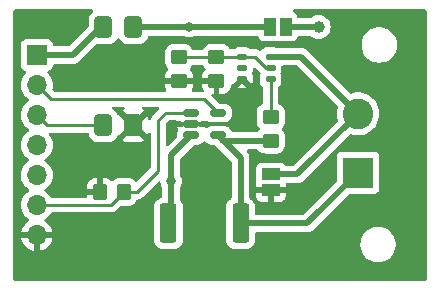
<source format=gbr>
%TF.GenerationSoftware,KiCad,Pcbnew,7.0.2*%
%TF.CreationDate,2023-11-09T14:12:05+01:00*%
%TF.ProjectId,testboard AL5801,74657374-626f-4617-9264-20414c353830,rev?*%
%TF.SameCoordinates,Original*%
%TF.FileFunction,Copper,L1,Top*%
%TF.FilePolarity,Positive*%
%FSLAX46Y46*%
G04 Gerber Fmt 4.6, Leading zero omitted, Abs format (unit mm)*
G04 Created by KiCad (PCBNEW 7.0.2) date 2023-11-09 14:12:05*
%MOMM*%
%LPD*%
G01*
G04 APERTURE LIST*
G04 Aperture macros list*
%AMRoundRect*
0 Rectangle with rounded corners*
0 $1 Rounding radius*
0 $2 $3 $4 $5 $6 $7 $8 $9 X,Y pos of 4 corners*
0 Add a 4 corners polygon primitive as box body*
4,1,4,$2,$3,$4,$5,$6,$7,$8,$9,$2,$3,0*
0 Add four circle primitives for the rounded corners*
1,1,$1+$1,$2,$3*
1,1,$1+$1,$4,$5*
1,1,$1+$1,$6,$7*
1,1,$1+$1,$8,$9*
0 Add four rect primitives between the rounded corners*
20,1,$1+$1,$2,$3,$4,$5,0*
20,1,$1+$1,$4,$5,$6,$7,0*
20,1,$1+$1,$6,$7,$8,$9,0*
20,1,$1+$1,$8,$9,$2,$3,0*%
G04 Aperture macros list end*
%TA.AperFunction,SMDPad,CuDef*%
%ADD10RoundRect,0.250000X0.450000X-0.350000X0.450000X0.350000X-0.450000X0.350000X-0.450000X-0.350000X0*%
%TD*%
%TA.AperFunction,SMDPad,CuDef*%
%ADD11R,1.000000X1.500000*%
%TD*%
%TA.AperFunction,SMDPad,CuDef*%
%ADD12R,1.500000X1.000000*%
%TD*%
%TA.AperFunction,ComponentPad*%
%ADD13R,2.600000X2.600000*%
%TD*%
%TA.AperFunction,ComponentPad*%
%ADD14C,2.600000*%
%TD*%
%TA.AperFunction,SMDPad,CuDef*%
%ADD15RoundRect,0.249999X0.450001X1.425001X-0.450001X1.425001X-0.450001X-1.425001X0.450001X-1.425001X0*%
%TD*%
%TA.AperFunction,SMDPad,CuDef*%
%ADD16RoundRect,0.137500X-0.262500X0.137500X-0.262500X-0.137500X0.262500X-0.137500X0.262500X0.137500X0*%
%TD*%
%TA.AperFunction,SMDPad,CuDef*%
%ADD17RoundRect,0.250000X-0.450000X0.350000X-0.450000X-0.350000X0.450000X-0.350000X0.450000X0.350000X0*%
%TD*%
%TA.AperFunction,SMDPad,CuDef*%
%ADD18RoundRect,0.150000X-0.512500X-0.150000X0.512500X-0.150000X0.512500X0.150000X-0.512500X0.150000X0*%
%TD*%
%TA.AperFunction,SMDPad,CuDef*%
%ADD19RoundRect,0.375000X-0.375000X0.575000X-0.375000X-0.575000X0.375000X-0.575000X0.375000X0.575000X0*%
%TD*%
%TA.AperFunction,SMDPad,CuDef*%
%ADD20RoundRect,0.250000X-0.350000X-0.450000X0.350000X-0.450000X0.350000X0.450000X-0.350000X0.450000X0*%
%TD*%
%TA.AperFunction,ComponentPad*%
%ADD21R,1.700000X1.700000*%
%TD*%
%TA.AperFunction,ComponentPad*%
%ADD22O,1.700000X1.700000*%
%TD*%
%TA.AperFunction,ViaPad*%
%ADD23C,1.000000*%
%TD*%
%TA.AperFunction,ViaPad*%
%ADD24C,0.800000*%
%TD*%
%TA.AperFunction,Conductor*%
%ADD25C,0.500000*%
%TD*%
%TA.AperFunction,Conductor*%
%ADD26C,0.250000*%
%TD*%
%TA.AperFunction,Conductor*%
%ADD27C,0.200000*%
%TD*%
G04 APERTURE END LIST*
D10*
%TO.P,R1,1*%
%TO.N,/led+*%
X148386800Y-69376800D03*
%TO.P,R1,2*%
%TO.N,Net-(U1-BIAS)*%
X148386800Y-67376800D03*
%TD*%
D11*
%TO.P,JP1,1,A*%
%TO.N,/V_{in+}*%
X148346400Y-59740800D03*
%TO.P,JP1,2,B*%
%TO.N,/led+*%
X149646400Y-59740800D03*
%TD*%
D12*
%TO.P,JP2,1,A*%
%TO.N,/led-*%
X148386800Y-72248000D03*
%TO.P,JP2,2,B*%
%TO.N,GND*%
X148386800Y-73548000D03*
%TD*%
D13*
%TO.P,J3,1,Pin_1*%
%TO.N,/led+*%
X155778200Y-72110600D03*
D14*
%TO.P,J3,2,Pin_2*%
%TO.N,/led-*%
X155778200Y-67110600D03*
%TD*%
D15*
%TO.P,R4,1*%
%TO.N,/led+*%
X145825000Y-76400000D03*
%TO.P,R4,2*%
%TO.N,/V_{in+}*%
X139725000Y-76400000D03*
%TD*%
D16*
%TO.P,U1,1,BIAS*%
%TO.N,Net-(U1-BIAS)*%
X148367600Y-64170600D03*
%TO.P,U1,2,FB*%
%TO.N,Net-(U1-FB)*%
X148367600Y-63220600D03*
%TO.P,U1,3,OUT*%
%TO.N,/led-*%
X148367600Y-62270600D03*
%TO.P,U1,4,REXT*%
%TO.N,Net-(U1-FB)*%
X145967600Y-62270600D03*
%TO.P,U1,5,COMP*%
%TO.N,unconnected-(U1-COMP-Pad5)*%
X145967600Y-63220600D03*
%TO.P,U1,6,GND*%
%TO.N,GND*%
X145967600Y-64170600D03*
%TD*%
D17*
%TO.P,R3,1*%
%TO.N,Net-(U1-FB)*%
X143789400Y-62322200D03*
%TO.P,R3,2*%
%TO.N,GND*%
X143789400Y-64322200D03*
%TD*%
D18*
%TO.P,U2,1*%
%TO.N,/ad0*%
X141635900Y-67045800D03*
%TO.P,U2,2,GND*%
%TO.N,GND*%
X141635900Y-67995800D03*
%TO.P,U2,3,+*%
%TO.N,/V_{in+}*%
X141635900Y-68945800D03*
%TO.P,U2,4,-*%
%TO.N,/led+*%
X143910900Y-68945800D03*
%TO.P,U2,5,V+*%
%TO.N,+3V3*%
X143910900Y-67045800D03*
%TD*%
D19*
%TO.P,mosfet1,1*%
%TO.N,/I{slash}O*%
X134213600Y-68081804D03*
%TO.P,mosfet1,2*%
%TO.N,GND*%
X136753600Y-68081804D03*
%TO.P,mosfet1,3*%
%TO.N,/V_{in+}*%
X136753600Y-59781804D03*
%TO.P,mosfet1,4*%
%TO.N,VSS*%
X134213600Y-59781804D03*
%TD*%
D20*
%TO.P,R5,1*%
%TO.N,GND*%
X133950200Y-73736200D03*
%TO.P,R5,2*%
%TO.N,/ad0*%
X135950200Y-73736200D03*
%TD*%
D17*
%TO.P,R2,1*%
%TO.N,Net-(U1-FB)*%
X140614400Y-62322200D03*
%TO.P,R2,2*%
%TO.N,GND*%
X140614400Y-64322200D03*
%TD*%
D21*
%TO.P,J1,1,Pin_1*%
%TO.N,VSS*%
X128575000Y-62145000D03*
D22*
%TO.P,J1,2,Pin_2*%
%TO.N,+3V3*%
X128575000Y-64685000D03*
%TO.P,J1,3,Pin_3*%
%TO.N,/I{slash}O*%
X128575000Y-67225000D03*
%TO.P,J1,4,Pin_4*%
%TO.N,/scl*%
X128575000Y-69765000D03*
%TO.P,J1,5,Pin_5*%
%TO.N,/sda*%
X128575000Y-72305000D03*
%TO.P,J1,6,Pin_6*%
%TO.N,/ad0*%
X128575000Y-74845000D03*
%TO.P,J1,7,Pin_7*%
%TO.N,GND*%
X128575000Y-77385000D03*
%TD*%
D23*
%TO.N,/led+*%
X152450800Y-59766200D03*
D24*
%TO.N,/V_{in+}*%
X139950000Y-72825000D03*
X141475000Y-59740800D03*
%TD*%
D25*
%TO.N,VSS*%
X131613955Y-62145000D02*
X128575000Y-62145000D01*
X134213600Y-59781804D02*
X133977151Y-59781804D01*
X133977151Y-59781804D02*
X131613955Y-62145000D01*
%TO.N,/led-*%
X150938200Y-62270600D02*
X155778200Y-67110600D01*
X150640800Y-72248000D02*
X148386800Y-72248000D01*
X148367600Y-62270600D02*
X150938200Y-62270600D01*
X155778200Y-67110600D02*
X150640800Y-72248000D01*
D26*
%TO.N,Net-(U1-BIAS)*%
X148367600Y-67357600D02*
X148386800Y-67376800D01*
X148367600Y-64170600D02*
X148367600Y-67357600D01*
%TO.N,Net-(U1-FB)*%
X143841000Y-62270600D02*
X143789400Y-62322200D01*
X145967600Y-62270600D02*
X143841000Y-62270600D01*
X147971674Y-63220600D02*
X147021674Y-62270600D01*
X143789400Y-62322200D02*
X140614400Y-62322200D01*
X147021674Y-62270600D02*
X145967600Y-62270600D01*
X148367600Y-63220600D02*
X147971674Y-63220600D01*
%TO.N,+3V3*%
X142752700Y-65887600D02*
X129777600Y-65887600D01*
X129777600Y-65887600D02*
X128575000Y-64685000D01*
X143910900Y-67045800D02*
X142752700Y-65887600D01*
%TO.N,/I{slash}O*%
X129431804Y-68081804D02*
X128575000Y-67225000D01*
X134213600Y-68081804D02*
X129431804Y-68081804D01*
%TO.N,/ad0*%
X134841400Y-74845000D02*
X128575000Y-74845000D01*
X135950200Y-73736200D02*
X137083800Y-73736200D01*
X138861800Y-67665600D02*
X139481600Y-67045800D01*
X137083800Y-73736200D02*
X138861800Y-71958200D01*
X135950200Y-73736200D02*
X134841400Y-74845000D01*
X138861800Y-71958200D02*
X138861800Y-67665600D01*
X139481600Y-67045800D02*
X141635900Y-67045800D01*
D27*
%TO.N,/led+*%
X152425400Y-59740800D02*
X152450800Y-59766200D01*
D25*
X144341900Y-69376800D02*
X143910900Y-68945800D01*
X145825000Y-70859900D02*
X145825000Y-76400000D01*
X143910900Y-68945800D02*
X145825000Y-70859900D01*
X149646400Y-59740800D02*
X152425400Y-59740800D01*
X145825000Y-76400000D02*
X151488800Y-76400000D01*
X151488800Y-76400000D02*
X155778200Y-72110600D01*
X148386800Y-69376800D02*
X144341900Y-69376800D01*
%TO.N,/V_{in+}*%
X148346400Y-59740800D02*
X141475000Y-59740800D01*
X139950000Y-72825000D02*
X139950000Y-76175000D01*
X136794604Y-59740800D02*
X136753600Y-59781804D01*
X139950000Y-76175000D02*
X139725000Y-76400000D01*
X139950000Y-72825000D02*
X139950000Y-70631700D01*
X139950000Y-70631700D02*
X141635900Y-68945800D01*
X141475000Y-59740800D02*
X136794604Y-59740800D01*
%TD*%
%TA.AperFunction,Conductor*%
%TO.N,GND*%
G36*
X133306913Y-58301385D02*
G01*
X133352668Y-58354189D01*
X133362612Y-58423347D01*
X133333587Y-58486903D01*
X133317561Y-58502347D01*
X133215878Y-58584082D01*
X133096571Y-58732506D01*
X133011959Y-58903110D01*
X132965999Y-59087916D01*
X132963241Y-59128587D01*
X132963240Y-59128616D01*
X132963100Y-59130681D01*
X132963100Y-59132778D01*
X132963100Y-59683125D01*
X132943415Y-59750164D01*
X132926781Y-59770806D01*
X131339406Y-61358181D01*
X131278083Y-61391666D01*
X131251725Y-61394500D01*
X130049499Y-61394500D01*
X129982460Y-61374815D01*
X129936705Y-61322011D01*
X129925499Y-61270500D01*
X129925499Y-61250439D01*
X129925499Y-61247128D01*
X129919091Y-61187517D01*
X129868796Y-61052669D01*
X129782546Y-60937454D01*
X129667331Y-60851204D01*
X129532483Y-60800909D01*
X129472873Y-60794500D01*
X129469550Y-60794500D01*
X127680439Y-60794500D01*
X127680420Y-60794500D01*
X127677128Y-60794501D01*
X127673848Y-60794853D01*
X127673840Y-60794854D01*
X127617515Y-60800909D01*
X127482669Y-60851204D01*
X127367454Y-60937454D01*
X127281204Y-61052668D01*
X127230910Y-61187515D01*
X127230909Y-61187517D01*
X127224500Y-61247127D01*
X127224500Y-61250448D01*
X127224500Y-61250449D01*
X127224500Y-63039560D01*
X127224500Y-63039578D01*
X127224501Y-63042872D01*
X127224853Y-63046152D01*
X127224854Y-63046159D01*
X127230909Y-63102484D01*
X127246804Y-63145100D01*
X127281204Y-63237331D01*
X127367454Y-63352546D01*
X127482669Y-63438796D01*
X127594907Y-63480658D01*
X127614082Y-63487810D01*
X127670016Y-63529681D01*
X127694433Y-63595146D01*
X127679581Y-63663419D01*
X127658431Y-63691673D01*
X127536503Y-63813601D01*
X127400965Y-64007170D01*
X127301097Y-64221336D01*
X127239936Y-64449592D01*
X127219340Y-64684999D01*
X127239936Y-64920407D01*
X127258938Y-64991322D01*
X127301097Y-65148663D01*
X127400965Y-65362830D01*
X127536505Y-65556401D01*
X127703599Y-65723495D01*
X127889160Y-65853426D01*
X127932783Y-65908002D01*
X127939976Y-65977501D01*
X127908454Y-66039855D01*
X127889159Y-66056575D01*
X127703595Y-66186508D01*
X127536505Y-66353598D01*
X127400965Y-66547170D01*
X127301097Y-66761336D01*
X127239936Y-66989592D01*
X127219340Y-67225000D01*
X127239936Y-67460407D01*
X127274623Y-67589861D01*
X127301097Y-67688663D01*
X127400965Y-67902830D01*
X127536505Y-68096401D01*
X127703599Y-68263495D01*
X127889160Y-68393426D01*
X127932783Y-68448002D01*
X127939976Y-68517501D01*
X127908454Y-68579855D01*
X127889159Y-68596575D01*
X127858738Y-68617875D01*
X127704555Y-68725836D01*
X127703595Y-68726508D01*
X127536505Y-68893598D01*
X127400965Y-69087170D01*
X127301097Y-69301336D01*
X127239936Y-69529592D01*
X127219340Y-69765000D01*
X127239936Y-70000407D01*
X127248678Y-70033032D01*
X127301097Y-70228663D01*
X127400965Y-70442830D01*
X127536505Y-70636401D01*
X127703599Y-70803495D01*
X127889160Y-70933426D01*
X127932783Y-70988002D01*
X127939976Y-71057501D01*
X127908454Y-71119855D01*
X127889159Y-71136575D01*
X127703595Y-71266508D01*
X127536505Y-71433598D01*
X127400965Y-71627170D01*
X127301097Y-71841336D01*
X127239936Y-72069592D01*
X127219340Y-72305000D01*
X127239936Y-72540407D01*
X127280954Y-72693487D01*
X127301097Y-72768663D01*
X127400965Y-72982830D01*
X127536505Y-73176401D01*
X127703599Y-73343495D01*
X127889160Y-73473426D01*
X127932783Y-73528002D01*
X127939976Y-73597501D01*
X127908454Y-73659855D01*
X127889158Y-73676575D01*
X127715746Y-73798000D01*
X127703595Y-73806508D01*
X127536505Y-73973598D01*
X127400965Y-74167170D01*
X127301097Y-74381336D01*
X127239936Y-74609592D01*
X127219340Y-74844999D01*
X127239936Y-75080407D01*
X127284709Y-75247502D01*
X127301097Y-75308663D01*
X127400965Y-75522830D01*
X127536505Y-75716401D01*
X127703599Y-75883495D01*
X127889596Y-76013732D01*
X127933219Y-76068307D01*
X127940412Y-76137806D01*
X127908890Y-76200160D01*
X127889595Y-76216880D01*
X127703919Y-76346892D01*
X127536890Y-76513921D01*
X127401400Y-76707421D01*
X127301569Y-76921507D01*
X127244364Y-77134999D01*
X127244364Y-77135000D01*
X128141314Y-77135000D01*
X128115507Y-77175156D01*
X128075000Y-77313111D01*
X128075000Y-77456889D01*
X128115507Y-77594844D01*
X128141314Y-77635000D01*
X127244364Y-77635000D01*
X127301569Y-77848492D01*
X127401399Y-78062576D01*
X127536893Y-78256081D01*
X127703918Y-78423106D01*
X127897423Y-78558600D01*
X128111509Y-78658430D01*
X128325000Y-78715634D01*
X128325000Y-77820501D01*
X128432685Y-77869680D01*
X128539237Y-77885000D01*
X128610763Y-77885000D01*
X128717315Y-77869680D01*
X128825000Y-77820501D01*
X128825000Y-78715633D01*
X129038490Y-78658430D01*
X129252576Y-78558600D01*
X129446081Y-78423106D01*
X129613106Y-78256081D01*
X129748600Y-78062576D01*
X129848430Y-77848492D01*
X129905636Y-77635000D01*
X129008686Y-77635000D01*
X129034493Y-77594844D01*
X129075000Y-77456889D01*
X129075000Y-77313111D01*
X129034493Y-77175156D01*
X129008686Y-77135000D01*
X129905636Y-77135000D01*
X129905635Y-77134999D01*
X129848430Y-76921507D01*
X129748599Y-76707421D01*
X129613109Y-76513921D01*
X129446081Y-76346893D01*
X129260404Y-76216880D01*
X129216780Y-76162303D01*
X129209587Y-76092804D01*
X129241109Y-76030450D01*
X129260399Y-76013734D01*
X129446401Y-75883495D01*
X129613495Y-75716401D01*
X129748653Y-75523374D01*
X129803229Y-75479752D01*
X129850227Y-75470500D01*
X134758656Y-75470500D01*
X134779162Y-75472764D01*
X134782065Y-75472672D01*
X134782067Y-75472673D01*
X134849272Y-75470561D01*
X134853168Y-75470500D01*
X134876848Y-75470500D01*
X134880750Y-75470500D01*
X134884713Y-75469999D01*
X134896362Y-75469080D01*
X134940027Y-75467709D01*
X134959259Y-75462120D01*
X134978318Y-75458174D01*
X134984596Y-75457381D01*
X134998192Y-75455664D01*
X135038807Y-75439582D01*
X135049844Y-75435803D01*
X135091790Y-75423618D01*
X135109029Y-75413422D01*
X135126502Y-75404862D01*
X135145132Y-75397486D01*
X135180464Y-75371814D01*
X135190230Y-75365400D01*
X135227818Y-75343171D01*
X135227817Y-75343171D01*
X135227820Y-75343170D01*
X135241985Y-75329004D01*
X135256773Y-75316373D01*
X135272987Y-75304594D01*
X135300838Y-75270926D01*
X135308679Y-75262309D01*
X135597970Y-74973018D01*
X135659294Y-74939533D01*
X135685652Y-74936699D01*
X136347059Y-74936699D01*
X136350208Y-74936699D01*
X136452997Y-74926199D01*
X136619534Y-74871014D01*
X136768856Y-74778912D01*
X136892912Y-74654856D01*
X136985014Y-74505534D01*
X137004510Y-74446695D01*
X137044282Y-74389252D01*
X137108797Y-74362428D01*
X137120928Y-74361769D01*
X137115357Y-74361945D01*
X137119243Y-74361700D01*
X137123150Y-74361700D01*
X137127113Y-74361199D01*
X137138762Y-74360280D01*
X137182427Y-74358909D01*
X137201659Y-74353320D01*
X137220718Y-74349374D01*
X137226996Y-74348581D01*
X137240592Y-74346864D01*
X137281207Y-74330782D01*
X137292244Y-74327003D01*
X137334190Y-74314818D01*
X137351429Y-74304622D01*
X137368902Y-74296062D01*
X137387532Y-74288686D01*
X137422864Y-74263014D01*
X137432630Y-74256600D01*
X137470218Y-74234371D01*
X137470217Y-74234371D01*
X137470220Y-74234370D01*
X137484385Y-74220204D01*
X137499173Y-74207573D01*
X137515387Y-74195794D01*
X137543238Y-74162126D01*
X137551079Y-74153509D01*
X138845026Y-72859562D01*
X138906347Y-72826079D01*
X138976039Y-72831063D01*
X139031972Y-72872935D01*
X139056026Y-72934283D01*
X139064326Y-73013257D01*
X139122820Y-73193284D01*
X139182887Y-73297321D01*
X139199500Y-73359321D01*
X139199500Y-74119845D01*
X139179815Y-74186884D01*
X139127011Y-74232639D01*
X139114505Y-74237551D01*
X139037655Y-74263017D01*
X138955665Y-74290186D01*
X138955663Y-74290186D01*
X138955663Y-74290187D01*
X138806342Y-74382288D01*
X138682288Y-74506342D01*
X138590186Y-74655664D01*
X138535000Y-74822201D01*
X138524819Y-74921857D01*
X138524817Y-74921877D01*
X138524500Y-74924990D01*
X138524500Y-77875010D01*
X138524818Y-77878123D01*
X138524819Y-77878142D01*
X138535000Y-77977798D01*
X138590186Y-78144335D01*
X138682288Y-78293657D01*
X138806342Y-78417711D01*
X138806344Y-78417712D01*
X138955665Y-78509814D01*
X139067015Y-78546712D01*
X139122201Y-78564999D01*
X139221857Y-78575180D01*
X139221858Y-78575180D01*
X139224990Y-78575500D01*
X139228139Y-78575500D01*
X140221861Y-78575500D01*
X140225010Y-78575500D01*
X140327798Y-78564999D01*
X140494335Y-78509814D01*
X140643656Y-78417712D01*
X140767712Y-78293656D01*
X140859814Y-78144335D01*
X140914999Y-77977798D01*
X140925500Y-77875010D01*
X140925500Y-74924990D01*
X140914999Y-74822202D01*
X140859814Y-74655665D01*
X140793187Y-74547645D01*
X140767711Y-74506342D01*
X140736819Y-74475450D01*
X140703334Y-74414127D01*
X140700500Y-74387769D01*
X140700500Y-73359321D01*
X140717113Y-73297321D01*
X140745301Y-73248499D01*
X140777179Y-73193284D01*
X140835674Y-73013256D01*
X140855460Y-72825000D01*
X140835674Y-72636744D01*
X140777179Y-72456716D01*
X140777179Y-72456715D01*
X140717113Y-72352677D01*
X140700500Y-72290677D01*
X140700500Y-70993928D01*
X140720185Y-70926889D01*
X140736814Y-70906252D01*
X141860448Y-69782618D01*
X141921771Y-69749134D01*
X141948129Y-69746300D01*
X142211649Y-69746300D01*
X142214094Y-69746300D01*
X142250969Y-69743398D01*
X142408798Y-69697544D01*
X142550265Y-69613881D01*
X142666481Y-69497665D01*
X142666667Y-69497349D01*
X142668614Y-69495531D01*
X142677558Y-69486588D01*
X142677864Y-69486894D01*
X142717735Y-69449665D01*
X142786477Y-69437160D01*
X142851067Y-69463805D01*
X142880132Y-69497348D01*
X142880319Y-69497665D01*
X142996535Y-69613881D01*
X143138001Y-69697544D01*
X143138002Y-69697544D01*
X143295827Y-69743397D01*
X143295831Y-69743398D01*
X143332706Y-69746300D01*
X143598669Y-69746300D01*
X143665708Y-69765985D01*
X143686350Y-69782618D01*
X143766173Y-69862440D01*
X143777957Y-69876077D01*
X143792289Y-69895330D01*
X143830233Y-69927168D01*
X143838209Y-69934477D01*
X144444298Y-70540566D01*
X145038181Y-71134448D01*
X145071666Y-71195771D01*
X145074500Y-71222129D01*
X145074500Y-74209361D01*
X145054815Y-74276400D01*
X145015597Y-74314900D01*
X144906341Y-74382289D01*
X144782288Y-74506342D01*
X144690186Y-74655664D01*
X144635000Y-74822201D01*
X144624819Y-74921857D01*
X144624817Y-74921877D01*
X144624500Y-74924990D01*
X144624500Y-77875010D01*
X144624818Y-77878123D01*
X144624819Y-77878142D01*
X144635000Y-77977798D01*
X144690186Y-78144335D01*
X144782288Y-78293657D01*
X144906342Y-78417711D01*
X144906344Y-78417712D01*
X145055665Y-78509814D01*
X145167016Y-78546712D01*
X145222201Y-78564999D01*
X145321857Y-78575180D01*
X145321858Y-78575180D01*
X145324990Y-78575500D01*
X145328139Y-78575500D01*
X146321861Y-78575500D01*
X146325010Y-78575500D01*
X146427798Y-78564999D01*
X146594335Y-78509814D01*
X146743656Y-78417712D01*
X146855833Y-78305535D01*
X155979500Y-78305535D01*
X155998219Y-78417712D01*
X156020429Y-78550815D01*
X156077012Y-78715634D01*
X156101172Y-78786010D01*
X156219526Y-79004709D01*
X156219529Y-79004714D01*
X156355036Y-79178812D01*
X156372262Y-79200944D01*
X156555215Y-79369364D01*
X156763393Y-79505373D01*
X156991119Y-79605263D01*
X157232179Y-79666308D01*
X157417933Y-79681700D01*
X157420503Y-79681700D01*
X157539497Y-79681700D01*
X157542067Y-79681700D01*
X157727821Y-79666308D01*
X157968881Y-79605263D01*
X158196607Y-79505373D01*
X158404785Y-79369364D01*
X158587738Y-79200944D01*
X158740474Y-79004709D01*
X158858828Y-78786010D01*
X158939571Y-78550814D01*
X158980500Y-78305535D01*
X158980500Y-78056865D01*
X158939571Y-77811586D01*
X158858828Y-77576390D01*
X158740474Y-77357691D01*
X158740471Y-77357687D01*
X158740470Y-77357685D01*
X158598401Y-77175156D01*
X158587738Y-77161456D01*
X158404785Y-76993036D01*
X158196607Y-76857027D01*
X158196604Y-76857025D01*
X158071523Y-76802160D01*
X157968881Y-76757137D01*
X157772558Y-76707421D01*
X157727822Y-76696092D01*
X157693854Y-76693277D01*
X157542067Y-76680700D01*
X157417933Y-76680700D01*
X157300111Y-76690462D01*
X157232177Y-76696092D01*
X157110086Y-76727010D01*
X156991119Y-76757137D01*
X156991116Y-76757138D01*
X156991117Y-76757138D01*
X156763395Y-76857025D01*
X156660440Y-76924289D01*
X156555215Y-76993036D01*
X156382742Y-77151809D01*
X156372259Y-77161459D01*
X156219529Y-77357685D01*
X156101170Y-77576394D01*
X156020429Y-77811584D01*
X155992694Y-77977798D01*
X155979500Y-78056865D01*
X155979500Y-78305535D01*
X146855833Y-78305535D01*
X146867712Y-78293656D01*
X146959814Y-78144335D01*
X147014999Y-77977798D01*
X147025500Y-77875010D01*
X147025500Y-77274500D01*
X147045185Y-77207461D01*
X147097989Y-77161706D01*
X147149500Y-77150500D01*
X151425094Y-77150500D01*
X151443064Y-77151809D01*
X151447120Y-77152402D01*
X151466823Y-77155289D01*
X151516168Y-77150972D01*
X151526976Y-77150500D01*
X151528900Y-77150500D01*
X151532509Y-77150500D01*
X151563350Y-77146894D01*
X151566831Y-77146539D01*
X151641597Y-77139999D01*
X151641597Y-77139998D01*
X151642852Y-77139889D01*
X151661862Y-77135674D01*
X151663050Y-77135241D01*
X151663055Y-77135241D01*
X151733620Y-77109557D01*
X151736895Y-77108419D01*
X151808134Y-77084814D01*
X151808136Y-77084812D01*
X151809336Y-77084415D01*
X151826863Y-77075929D01*
X151827912Y-77075238D01*
X151827917Y-77075237D01*
X151890606Y-77034005D01*
X151893598Y-77032099D01*
X151957456Y-76992712D01*
X151957456Y-76992711D01*
X151958529Y-76992050D01*
X151973624Y-76979753D01*
X151974492Y-76978832D01*
X151974496Y-76978830D01*
X152025985Y-76924253D01*
X152028431Y-76921735D01*
X155002748Y-73947417D01*
X155064071Y-73913933D01*
X155090429Y-73911099D01*
X157122761Y-73911099D01*
X157126072Y-73911099D01*
X157185683Y-73904691D01*
X157320531Y-73854396D01*
X157435746Y-73768146D01*
X157521996Y-73652931D01*
X157572291Y-73518083D01*
X157578700Y-73458473D01*
X157578699Y-70762728D01*
X157572291Y-70703117D01*
X157521996Y-70568269D01*
X157435746Y-70453054D01*
X157320531Y-70366804D01*
X157185683Y-70316509D01*
X157126073Y-70310100D01*
X157122750Y-70310100D01*
X154433639Y-70310100D01*
X154433620Y-70310100D01*
X154430328Y-70310101D01*
X154427048Y-70310453D01*
X154427040Y-70310454D01*
X154370715Y-70316509D01*
X154235869Y-70366804D01*
X154120654Y-70453054D01*
X154034404Y-70568268D01*
X153984110Y-70703115D01*
X153984109Y-70703117D01*
X153977700Y-70762727D01*
X153977700Y-70766049D01*
X153977700Y-72798369D01*
X153958015Y-72865408D01*
X153941381Y-72886050D01*
X151214251Y-75613181D01*
X151152928Y-75646666D01*
X151126570Y-75649500D01*
X147149500Y-75649500D01*
X147082461Y-75629815D01*
X147036706Y-75577011D01*
X147025500Y-75525500D01*
X147025500Y-74928138D01*
X147025500Y-74924990D01*
X147014999Y-74822202D01*
X146959814Y-74655665D01*
X146893187Y-74547645D01*
X146867711Y-74506342D01*
X146743658Y-74382289D01*
X146634403Y-74314900D01*
X146587679Y-74262952D01*
X146575500Y-74209361D01*
X146575500Y-73798000D01*
X147136800Y-73798000D01*
X147136800Y-74092518D01*
X147137154Y-74099132D01*
X147143200Y-74155371D01*
X147193447Y-74290089D01*
X147279611Y-74405188D01*
X147394710Y-74491352D01*
X147529428Y-74541599D01*
X147585667Y-74547645D01*
X147592282Y-74548000D01*
X148136800Y-74548000D01*
X148136800Y-73798000D01*
X148636800Y-73798000D01*
X148636800Y-74548000D01*
X149181318Y-74548000D01*
X149187932Y-74547645D01*
X149244171Y-74541599D01*
X149378889Y-74491352D01*
X149493988Y-74405188D01*
X149580152Y-74290089D01*
X149630399Y-74155371D01*
X149636445Y-74099132D01*
X149636800Y-74092518D01*
X149636800Y-73798000D01*
X148636800Y-73798000D01*
X148136800Y-73798000D01*
X147136800Y-73798000D01*
X146575500Y-73798000D01*
X146575500Y-70923605D01*
X146576809Y-70905635D01*
X146576980Y-70904464D01*
X146580289Y-70881877D01*
X146575971Y-70832533D01*
X146575500Y-70821727D01*
X146575500Y-70819801D01*
X146575500Y-70816191D01*
X146571894Y-70785343D01*
X146571537Y-70781856D01*
X146564998Y-70707103D01*
X146564888Y-70705843D01*
X146560674Y-70686835D01*
X146560241Y-70685645D01*
X146534567Y-70615107D01*
X146533399Y-70611744D01*
X146509814Y-70540566D01*
X146509811Y-70540562D01*
X146509416Y-70539368D01*
X146500929Y-70521836D01*
X146500237Y-70520784D01*
X146500237Y-70520783D01*
X146458999Y-70458084D01*
X146457087Y-70455081D01*
X146417050Y-70390170D01*
X146404754Y-70375077D01*
X146403832Y-70374207D01*
X146403830Y-70374204D01*
X146369157Y-70341491D01*
X146333905Y-70281171D01*
X146336860Y-70211364D01*
X146377087Y-70154236D01*
X146441813Y-70127926D01*
X146454253Y-70127300D01*
X147232842Y-70127300D01*
X147299881Y-70146985D01*
X147338381Y-70186204D01*
X147344088Y-70195457D01*
X147468142Y-70319511D01*
X147503784Y-70341495D01*
X147617466Y-70411614D01*
X147728816Y-70448512D01*
X147784002Y-70466799D01*
X147883658Y-70476980D01*
X147883659Y-70476980D01*
X147886791Y-70477300D01*
X148886808Y-70477299D01*
X148989597Y-70466799D01*
X149156134Y-70411614D01*
X149305456Y-70319512D01*
X149429512Y-70195456D01*
X149521614Y-70046134D01*
X149576799Y-69879597D01*
X149587300Y-69776809D01*
X149587299Y-68976792D01*
X149576799Y-68874003D01*
X149521614Y-68707466D01*
X149449756Y-68590965D01*
X149429511Y-68558142D01*
X149335849Y-68464480D01*
X149302364Y-68403157D01*
X149307348Y-68333465D01*
X149335848Y-68289119D01*
X149429512Y-68195456D01*
X149521614Y-68046134D01*
X149576799Y-67879597D01*
X149587300Y-67776809D01*
X149587299Y-66976792D01*
X149576799Y-66874003D01*
X149521614Y-66707466D01*
X149442009Y-66578405D01*
X149429511Y-66558142D01*
X149305457Y-66434088D01*
X149156135Y-66341986D01*
X149078095Y-66316126D01*
X149020650Y-66276352D01*
X148993828Y-66211836D01*
X148993100Y-66198420D01*
X148993100Y-64898731D01*
X149012785Y-64831692D01*
X149029419Y-64811050D01*
X149029419Y-64811049D01*
X149138226Y-64702243D01*
X149220281Y-64563494D01*
X149265254Y-64408698D01*
X149268100Y-64372535D01*
X149268099Y-63968666D01*
X149265254Y-63932502D01*
X149220281Y-63777706D01*
X149209054Y-63758722D01*
X149191870Y-63690999D01*
X149209054Y-63632478D01*
X149212042Y-63627426D01*
X149220281Y-63613494D01*
X149265254Y-63458698D01*
X149268100Y-63422535D01*
X149268099Y-63145098D01*
X149287783Y-63078061D01*
X149340587Y-63032306D01*
X149392099Y-63021100D01*
X150575970Y-63021100D01*
X150643009Y-63040785D01*
X150663651Y-63057419D01*
X154032598Y-66426365D01*
X154066083Y-66487688D01*
X154061099Y-66557380D01*
X154060374Y-66559272D01*
X154054543Y-66574131D01*
X154052865Y-66578407D01*
X153992816Y-66841499D01*
X153972650Y-67110599D01*
X153992816Y-67379700D01*
X154052867Y-67642800D01*
X154060345Y-67661854D01*
X154066512Y-67731451D01*
X154034073Y-67793333D01*
X154032597Y-67794834D01*
X150366251Y-71461181D01*
X150304928Y-71494666D01*
X150278570Y-71497500D01*
X149636551Y-71497500D01*
X149569512Y-71477815D01*
X149537285Y-71447811D01*
X149494348Y-71390456D01*
X149494346Y-71390455D01*
X149494346Y-71390454D01*
X149379131Y-71304204D01*
X149244283Y-71253909D01*
X149184673Y-71247500D01*
X149181350Y-71247500D01*
X147592239Y-71247500D01*
X147592220Y-71247500D01*
X147588928Y-71247501D01*
X147585648Y-71247853D01*
X147585640Y-71247854D01*
X147529315Y-71253909D01*
X147394469Y-71304204D01*
X147279254Y-71390454D01*
X147193004Y-71505668D01*
X147147687Y-71627171D01*
X147142709Y-71640517D01*
X147136300Y-71700127D01*
X147136300Y-71703448D01*
X147136300Y-71703449D01*
X147136300Y-72792560D01*
X147136300Y-72792578D01*
X147136301Y-72795872D01*
X147136653Y-72799152D01*
X147136654Y-72799159D01*
X147144374Y-72870968D01*
X147143790Y-72871030D01*
X147147655Y-72925074D01*
X147143266Y-72940019D01*
X147137154Y-72996867D01*
X147136800Y-73003481D01*
X147136800Y-73298000D01*
X149636800Y-73298000D01*
X149636800Y-73122500D01*
X149656485Y-73055461D01*
X149709289Y-73009706D01*
X149760800Y-72998500D01*
X150577094Y-72998500D01*
X150595064Y-72999809D01*
X150599120Y-73000402D01*
X150618823Y-73003289D01*
X150668168Y-72998972D01*
X150678976Y-72998500D01*
X150680900Y-72998500D01*
X150684509Y-72998500D01*
X150715350Y-72994894D01*
X150718831Y-72994539D01*
X150793597Y-72987999D01*
X150793597Y-72987998D01*
X150794852Y-72987889D01*
X150813862Y-72983674D01*
X150815050Y-72983241D01*
X150815055Y-72983241D01*
X150885620Y-72957557D01*
X150888895Y-72956419D01*
X150960134Y-72932814D01*
X150960136Y-72932812D01*
X150961336Y-72932415D01*
X150978863Y-72923929D01*
X150979912Y-72923238D01*
X150979917Y-72923237D01*
X151042606Y-72882005D01*
X151045598Y-72880099D01*
X151109456Y-72840712D01*
X151109456Y-72840711D01*
X151110529Y-72840050D01*
X151125624Y-72827753D01*
X151126492Y-72826832D01*
X151126496Y-72826830D01*
X151177984Y-72772254D01*
X151180430Y-72769736D01*
X155096504Y-68853662D01*
X155157825Y-68820179D01*
X155220732Y-68822853D01*
X155376428Y-68870880D01*
X155643271Y-68911100D01*
X155913129Y-68911100D01*
X156179972Y-68870880D01*
X156437841Y-68791338D01*
X156680975Y-68674251D01*
X156903941Y-68522235D01*
X157101761Y-68338685D01*
X157270015Y-68127702D01*
X157404943Y-67893998D01*
X157503534Y-67642795D01*
X157563583Y-67379703D01*
X157583749Y-67110600D01*
X157563583Y-66841497D01*
X157503534Y-66578405D01*
X157404943Y-66327202D01*
X157270015Y-66093498D01*
X157101761Y-65882515D01*
X157076456Y-65859035D01*
X156903943Y-65698966D01*
X156808479Y-65633880D01*
X156680975Y-65546949D01*
X156437841Y-65429862D01*
X156338745Y-65399295D01*
X156179971Y-65350319D01*
X155913129Y-65310100D01*
X155643271Y-65310100D01*
X155376426Y-65350320D01*
X155220732Y-65398345D01*
X155150869Y-65399295D01*
X155096502Y-65367535D01*
X153324113Y-63595146D01*
X151513928Y-61784960D01*
X151502146Y-61771327D01*
X151501515Y-61770480D01*
X151487810Y-61752070D01*
X151486401Y-61750888D01*
X151449866Y-61720231D01*
X151441891Y-61712923D01*
X151440529Y-61711561D01*
X151437977Y-61709009D01*
X151413644Y-61689769D01*
X151410847Y-61687490D01*
X151352451Y-61638490D01*
X151336021Y-61628022D01*
X151266891Y-61595786D01*
X151263647Y-61594215D01*
X151195506Y-61559994D01*
X151177103Y-61553597D01*
X151102411Y-61538174D01*
X151098892Y-61537394D01*
X151024690Y-61519808D01*
X151005321Y-61517829D01*
X150929069Y-61520048D01*
X150925463Y-61520100D01*
X148824599Y-61520100D01*
X148790004Y-61515176D01*
X148767599Y-61508667D01*
X148730699Y-61497946D01*
X148696969Y-61495291D01*
X148696954Y-61495290D01*
X148694535Y-61495100D01*
X148692089Y-61495100D01*
X148043089Y-61495100D01*
X148043063Y-61495100D01*
X148040666Y-61495101D01*
X148038275Y-61495289D01*
X148038252Y-61495290D01*
X148004500Y-61497946D01*
X147849706Y-61542918D01*
X147710956Y-61624974D01*
X147596975Y-61738955D01*
X147594458Y-61743212D01*
X147543387Y-61790894D01*
X147474645Y-61803396D01*
X147410057Y-61776749D01*
X147402843Y-61770480D01*
X147392256Y-61760538D01*
X147374698Y-61750885D01*
X147358438Y-61740204D01*
X147342610Y-61727927D01*
X147302525Y-61710580D01*
X147292035Y-61705441D01*
X147253765Y-61684402D01*
X147234365Y-61679421D01*
X147215958Y-61673119D01*
X147197571Y-61665162D01*
X147154432Y-61658329D01*
X147142998Y-61655961D01*
X147100693Y-61645100D01*
X147080658Y-61645100D01*
X147061260Y-61643573D01*
X147053836Y-61642397D01*
X147041479Y-61640440D01*
X147041478Y-61640440D01*
X147008425Y-61643564D01*
X146997999Y-61644550D01*
X146986330Y-61645100D01*
X146692196Y-61645100D01*
X146629075Y-61627832D01*
X146624243Y-61624974D01*
X146503550Y-61553597D01*
X146485493Y-61542918D01*
X146330701Y-61497946D01*
X146296969Y-61495291D01*
X146296954Y-61495290D01*
X146294535Y-61495100D01*
X146292089Y-61495100D01*
X145643089Y-61495100D01*
X145643063Y-61495100D01*
X145640666Y-61495101D01*
X145638275Y-61495289D01*
X145638252Y-61495290D01*
X145604500Y-61497946D01*
X145449706Y-61542918D01*
X145362968Y-61594215D01*
X145310957Y-61624974D01*
X145310956Y-61624974D01*
X145306125Y-61627832D01*
X145243004Y-61645100D01*
X144988631Y-61645100D01*
X144921592Y-61625415D01*
X144883092Y-61586196D01*
X144832111Y-61503542D01*
X144734104Y-61405535D01*
X156079500Y-61405535D01*
X156097795Y-61515176D01*
X156120429Y-61650815D01*
X156178982Y-61821373D01*
X156201172Y-61886010D01*
X156222456Y-61925339D01*
X156319529Y-62104714D01*
X156455036Y-62278812D01*
X156472262Y-62300944D01*
X156655215Y-62469364D01*
X156863393Y-62605373D01*
X157091119Y-62705263D01*
X157332179Y-62766308D01*
X157517933Y-62781700D01*
X157520503Y-62781700D01*
X157639497Y-62781700D01*
X157642067Y-62781700D01*
X157827821Y-62766308D01*
X158068881Y-62705263D01*
X158296607Y-62605373D01*
X158504785Y-62469364D01*
X158687738Y-62300944D01*
X158840474Y-62104709D01*
X158958828Y-61886010D01*
X159039571Y-61650814D01*
X159080500Y-61405535D01*
X159080500Y-61156865D01*
X159039571Y-60911586D01*
X158958828Y-60676390D01*
X158840474Y-60457691D01*
X158840471Y-60457687D01*
X158840470Y-60457685D01*
X158687740Y-60261459D01*
X158687738Y-60261456D01*
X158504785Y-60093036D01*
X158296607Y-59957027D01*
X158296604Y-59957025D01*
X158171523Y-59902160D01*
X158068881Y-59857137D01*
X157888867Y-59811551D01*
X157827822Y-59796092D01*
X157793854Y-59793277D01*
X157642067Y-59780700D01*
X157517933Y-59780700D01*
X157400111Y-59790462D01*
X157332177Y-59796092D01*
X157210087Y-59827010D01*
X157091119Y-59857137D01*
X157091116Y-59857138D01*
X157091117Y-59857138D01*
X156863395Y-59957025D01*
X156724607Y-60047699D01*
X156655215Y-60093036D01*
X156655213Y-60093037D01*
X156655214Y-60093037D01*
X156472259Y-60261459D01*
X156319529Y-60457685D01*
X156201170Y-60676394D01*
X156120429Y-60911584D01*
X156107127Y-60991300D01*
X156079500Y-61156865D01*
X156079500Y-61405535D01*
X144734104Y-61405535D01*
X144708057Y-61379488D01*
X144558734Y-61287386D01*
X144392197Y-61232200D01*
X144292541Y-61222019D01*
X144292522Y-61222018D01*
X144289409Y-61221700D01*
X144286260Y-61221700D01*
X143292540Y-61221700D01*
X143292520Y-61221700D01*
X143289392Y-61221701D01*
X143286260Y-61222020D01*
X143286258Y-61222021D01*
X143186603Y-61232200D01*
X143020065Y-61287386D01*
X142870742Y-61379488D01*
X142746688Y-61503542D01*
X142663881Y-61637796D01*
X142611933Y-61684521D01*
X142558342Y-61696700D01*
X141845458Y-61696700D01*
X141778419Y-61677015D01*
X141739919Y-61637796D01*
X141657111Y-61503542D01*
X141533057Y-61379488D01*
X141383734Y-61287386D01*
X141217197Y-61232200D01*
X141117541Y-61222019D01*
X141117522Y-61222018D01*
X141114409Y-61221700D01*
X141111260Y-61221700D01*
X140117540Y-61221700D01*
X140117520Y-61221700D01*
X140114392Y-61221701D01*
X140111260Y-61222020D01*
X140111258Y-61222021D01*
X140011603Y-61232200D01*
X139845065Y-61287386D01*
X139695742Y-61379488D01*
X139571688Y-61503542D01*
X139479586Y-61652865D01*
X139424400Y-61819402D01*
X139414219Y-61919058D01*
X139414217Y-61919078D01*
X139413900Y-61922191D01*
X139413900Y-61925338D01*
X139413900Y-61925339D01*
X139413900Y-62719058D01*
X139413900Y-62719077D01*
X139413901Y-62722208D01*
X139414220Y-62725340D01*
X139414221Y-62725341D01*
X139424400Y-62824996D01*
X139479586Y-62991534D01*
X139571688Y-63140857D01*
X139665703Y-63234872D01*
X139699188Y-63296195D01*
X139694204Y-63365887D01*
X139665704Y-63410234D01*
X139572081Y-63503856D01*
X139480042Y-63653077D01*
X139424893Y-63819503D01*
X139414719Y-63919090D01*
X139414400Y-63925368D01*
X139414400Y-64072200D01*
X141814399Y-64072200D01*
X141814399Y-63925370D01*
X141814078Y-63919088D01*
X141803906Y-63819504D01*
X141748757Y-63653077D01*
X141656716Y-63503854D01*
X141563096Y-63410234D01*
X141529611Y-63348911D01*
X141534595Y-63279219D01*
X141563094Y-63234873D01*
X141657112Y-63140856D01*
X141739918Y-63006604D01*
X141791867Y-62959879D01*
X141845458Y-62947700D01*
X142558342Y-62947700D01*
X142625381Y-62967385D01*
X142663881Y-63006604D01*
X142746688Y-63140857D01*
X142840703Y-63234872D01*
X142874188Y-63296195D01*
X142869204Y-63365887D01*
X142840704Y-63410234D01*
X142747081Y-63503856D01*
X142655042Y-63653077D01*
X142599893Y-63819503D01*
X142589719Y-63919090D01*
X142589400Y-63925368D01*
X142589400Y-64072200D01*
X143915400Y-64072200D01*
X143982439Y-64091885D01*
X144028194Y-64144689D01*
X144039400Y-64196200D01*
X144039400Y-65422199D01*
X144286229Y-65422199D01*
X144292511Y-65421878D01*
X144392095Y-65411706D01*
X144558522Y-65356557D01*
X144707745Y-65264516D01*
X144831716Y-65140545D01*
X144923757Y-64991322D01*
X144943998Y-64930241D01*
X145561510Y-64930241D01*
X145604581Y-64942756D01*
X145638282Y-64945408D01*
X145643162Y-64945599D01*
X146292058Y-64945599D01*
X146296895Y-64945409D01*
X146330617Y-64942755D01*
X146373689Y-64930241D01*
X145967601Y-64524153D01*
X145967600Y-64524153D01*
X145561510Y-64930240D01*
X145561510Y-64930241D01*
X144943998Y-64930241D01*
X144978906Y-64824896D01*
X144987909Y-64736773D01*
X145014305Y-64672081D01*
X145071486Y-64631929D01*
X145126808Y-64626353D01*
X145154762Y-64629884D01*
X145752228Y-64032418D01*
X145813551Y-63998933D01*
X145839902Y-63996099D01*
X146095291Y-63996099D01*
X146162329Y-64015784D01*
X146182971Y-64032418D01*
X146780436Y-64629884D01*
X146819819Y-64563293D01*
X146864755Y-64408623D01*
X146867408Y-64374917D01*
X146867599Y-64370037D01*
X146867599Y-63971141D01*
X146867409Y-63966304D01*
X146864755Y-63932578D01*
X146819819Y-63777906D01*
X146808763Y-63759211D01*
X146791580Y-63691487D01*
X146808763Y-63632969D01*
X146820281Y-63613494D01*
X146835632Y-63560658D01*
X146865253Y-63458701D01*
X146865252Y-63458701D01*
X146865254Y-63458698D01*
X146868100Y-63422535D01*
X146868099Y-63300976D01*
X146887783Y-63233939D01*
X146940587Y-63188184D01*
X147009745Y-63178240D01*
X147073301Y-63207264D01*
X147079780Y-63213297D01*
X147470870Y-63604387D01*
X147483770Y-63620488D01*
X147491158Y-63627426D01*
X147526552Y-63687667D01*
X147523760Y-63757481D01*
X147515662Y-63775147D01*
X147469946Y-63932500D01*
X147467291Y-63966230D01*
X147467290Y-63966245D01*
X147467100Y-63968665D01*
X147467100Y-63971109D01*
X147467100Y-63971110D01*
X147467100Y-64370110D01*
X147467100Y-64370135D01*
X147467101Y-64372534D01*
X147467289Y-64374925D01*
X147467290Y-64374947D01*
X147469946Y-64408699D01*
X147514918Y-64563493D01*
X147596974Y-64702243D01*
X147705781Y-64811050D01*
X147739266Y-64872373D01*
X147742100Y-64898731D01*
X147742100Y-66211145D01*
X147722415Y-66278184D01*
X147669611Y-66323939D01*
X147657108Y-66328849D01*
X147648438Y-66331722D01*
X147617464Y-66341986D01*
X147468142Y-66434088D01*
X147344088Y-66558142D01*
X147251986Y-66707465D01*
X147196800Y-66874002D01*
X147186619Y-66973658D01*
X147186617Y-66973678D01*
X147186300Y-66976791D01*
X147186300Y-66979938D01*
X147186300Y-66979939D01*
X147186300Y-67773658D01*
X147186300Y-67773677D01*
X147186301Y-67776808D01*
X147186620Y-67779940D01*
X147186621Y-67779941D01*
X147196800Y-67879596D01*
X147251986Y-68046134D01*
X147344088Y-68195457D01*
X147437750Y-68289119D01*
X147471235Y-68350442D01*
X147466251Y-68420134D01*
X147437750Y-68464481D01*
X147344088Y-68558142D01*
X147338381Y-68567396D01*
X147286434Y-68614121D01*
X147232842Y-68626300D01*
X145144654Y-68626300D01*
X145077615Y-68606615D01*
X145031860Y-68553811D01*
X145025577Y-68536894D01*
X145025144Y-68535402D01*
X144941481Y-68393935D01*
X144825265Y-68277719D01*
X144815676Y-68272048D01*
X144683797Y-68194055D01*
X144525972Y-68148202D01*
X144491528Y-68145491D01*
X144491514Y-68145490D01*
X144489094Y-68145300D01*
X143332706Y-68145300D01*
X143330286Y-68145490D01*
X143330271Y-68145491D01*
X143295827Y-68148202D01*
X143138002Y-68194055D01*
X142983052Y-68285693D01*
X142982340Y-68284489D01*
X142937366Y-68309044D01*
X142867675Y-68304055D01*
X142819960Y-68272048D01*
X142795696Y-68245800D01*
X142530215Y-68245800D01*
X142467094Y-68228532D01*
X142408797Y-68194055D01*
X142250972Y-68148202D01*
X142216528Y-68145491D01*
X142216514Y-68145490D01*
X142214094Y-68145300D01*
X141057706Y-68145300D01*
X141055286Y-68145490D01*
X141055271Y-68145491D01*
X141020827Y-68148202D01*
X140863002Y-68194055D01*
X140804706Y-68228532D01*
X140741585Y-68245800D01*
X140476104Y-68245800D01*
X140476300Y-68248292D01*
X140522117Y-68405995D01*
X140522823Y-68407189D01*
X140525297Y-68416941D01*
X140526488Y-68421040D01*
X140526347Y-68421080D01*
X140540005Y-68474913D01*
X140522824Y-68533427D01*
X140521655Y-68535402D01*
X140475802Y-68693227D01*
X140473091Y-68727671D01*
X140473090Y-68727686D01*
X140472900Y-68730106D01*
X140472900Y-68732551D01*
X140472900Y-68996070D01*
X140453215Y-69063109D01*
X140436581Y-69083751D01*
X139698981Y-69821351D01*
X139637658Y-69854836D01*
X139567966Y-69849852D01*
X139512033Y-69807980D01*
X139487616Y-69742516D01*
X139487300Y-69733670D01*
X139487300Y-67976051D01*
X139506985Y-67909012D01*
X139523614Y-67888375D01*
X139704370Y-67707619D01*
X139765694Y-67674134D01*
X139792052Y-67671300D01*
X140352998Y-67671300D01*
X140420037Y-67690985D01*
X140444053Y-67711128D01*
X140476104Y-67745800D01*
X140741585Y-67745800D01*
X140804706Y-67763068D01*
X140863002Y-67797544D01*
X141020827Y-67843397D01*
X141020831Y-67843398D01*
X141057706Y-67846300D01*
X141060151Y-67846300D01*
X142211649Y-67846300D01*
X142214094Y-67846300D01*
X142250969Y-67843398D01*
X142408798Y-67797544D01*
X142467093Y-67763068D01*
X142530215Y-67745800D01*
X142795696Y-67745800D01*
X142819959Y-67719552D01*
X142879920Y-67683685D01*
X142949754Y-67685930D01*
X142982830Y-67706280D01*
X142983052Y-67705907D01*
X142996534Y-67713880D01*
X142996535Y-67713881D01*
X143079706Y-67763068D01*
X143138002Y-67797544D01*
X143295827Y-67843397D01*
X143295831Y-67843398D01*
X143332706Y-67846300D01*
X143335151Y-67846300D01*
X144486649Y-67846300D01*
X144489094Y-67846300D01*
X144525969Y-67843398D01*
X144683798Y-67797544D01*
X144825265Y-67713881D01*
X144941481Y-67597665D01*
X145025144Y-67456198D01*
X145070998Y-67298369D01*
X145073900Y-67261494D01*
X145073900Y-66830106D01*
X145070998Y-66793231D01*
X145062730Y-66764774D01*
X145025144Y-66635402D01*
X144991436Y-66578405D01*
X144941481Y-66493935D01*
X144825265Y-66377719D01*
X144784480Y-66353599D01*
X144683797Y-66294055D01*
X144525972Y-66248202D01*
X144491528Y-66245491D01*
X144491514Y-66245490D01*
X144489094Y-66245300D01*
X144486649Y-66245300D01*
X144046353Y-66245300D01*
X143979314Y-66225615D01*
X143958672Y-66208981D01*
X143383571Y-65633880D01*
X143350086Y-65572557D01*
X143355070Y-65502865D01*
X143396942Y-65446932D01*
X143462406Y-65422515D01*
X143471252Y-65422199D01*
X143539399Y-65422199D01*
X143539400Y-65422198D01*
X143539400Y-64572200D01*
X142589401Y-64572200D01*
X142589401Y-64719029D01*
X142589721Y-64725311D01*
X142599893Y-64824895D01*
X142655041Y-64991320D01*
X142705424Y-65073003D01*
X142723864Y-65140396D01*
X142702941Y-65207059D01*
X142649299Y-65251829D01*
X142599885Y-65262100D01*
X141803915Y-65262100D01*
X141736876Y-65242415D01*
X141691121Y-65189611D01*
X141681177Y-65120453D01*
X141698376Y-65073003D01*
X141748758Y-64991320D01*
X141803906Y-64824896D01*
X141814080Y-64725309D01*
X141814400Y-64719031D01*
X141814400Y-64572200D01*
X139414401Y-64572200D01*
X139414401Y-64719029D01*
X139414721Y-64725311D01*
X139424893Y-64824895D01*
X139480041Y-64991320D01*
X139530424Y-65073003D01*
X139548864Y-65140396D01*
X139527941Y-65207059D01*
X139474299Y-65251829D01*
X139424885Y-65262100D01*
X130088053Y-65262100D01*
X130021014Y-65242415D01*
X130000372Y-65225781D01*
X129915237Y-65140646D01*
X129881752Y-65079323D01*
X129883143Y-65020872D01*
X129910063Y-64920408D01*
X129918420Y-64824895D01*
X129930659Y-64684999D01*
X129910063Y-64449592D01*
X129899106Y-64408699D01*
X129848903Y-64221337D01*
X129749035Y-64007171D01*
X129613495Y-63813599D01*
X129491569Y-63691673D01*
X129458084Y-63630350D01*
X129463068Y-63560658D01*
X129504940Y-63504725D01*
X129535915Y-63487810D01*
X129667331Y-63438796D01*
X129782546Y-63352546D01*
X129868796Y-63237331D01*
X129919091Y-63102483D01*
X129925500Y-63042873D01*
X129925500Y-63019500D01*
X129945185Y-62952461D01*
X129997989Y-62906706D01*
X130049500Y-62895500D01*
X131550249Y-62895500D01*
X131568219Y-62896809D01*
X131572275Y-62897402D01*
X131591978Y-62900289D01*
X131641323Y-62895972D01*
X131652131Y-62895500D01*
X131654055Y-62895500D01*
X131657664Y-62895500D01*
X131688505Y-62891894D01*
X131691986Y-62891539D01*
X131766752Y-62884999D01*
X131766752Y-62884998D01*
X131768007Y-62884889D01*
X131787017Y-62880674D01*
X131788205Y-62880241D01*
X131788210Y-62880241D01*
X131858775Y-62854557D01*
X131862050Y-62853419D01*
X131933289Y-62829814D01*
X131933291Y-62829812D01*
X131934491Y-62829415D01*
X131952018Y-62820929D01*
X131953067Y-62820238D01*
X131953072Y-62820237D01*
X132015761Y-62779005D01*
X132018753Y-62777099D01*
X132082611Y-62737712D01*
X132082611Y-62737711D01*
X132083684Y-62737050D01*
X132098779Y-62724753D01*
X132099647Y-62723832D01*
X132099651Y-62723830D01*
X132151139Y-62669254D01*
X132153585Y-62666736D01*
X133566997Y-61253324D01*
X133628318Y-61219841D01*
X133684604Y-61220673D01*
X133719710Y-61229404D01*
X133758105Y-61232007D01*
X133762477Y-61232304D01*
X134664722Y-61232303D01*
X134707489Y-61229404D01*
X134892293Y-61183445D01*
X135062896Y-61098834D01*
X135211322Y-60979526D01*
X135330630Y-60831100D01*
X135372512Y-60746651D01*
X135419933Y-60695339D01*
X135487568Y-60677809D01*
X135553943Y-60699629D01*
X135594688Y-60746652D01*
X135636569Y-60831099D01*
X135636570Y-60831100D01*
X135755878Y-60979526D01*
X135904304Y-61098834D01*
X136074907Y-61183445D01*
X136259711Y-61229404D01*
X136302477Y-61232304D01*
X137204722Y-61232303D01*
X137247489Y-61229404D01*
X137432293Y-61183445D01*
X137602896Y-61098834D01*
X137751322Y-60979526D01*
X137870630Y-60831100D01*
X137955241Y-60660497D01*
X137973923Y-60585372D01*
X138009205Y-60525067D01*
X138071491Y-60493408D01*
X138094258Y-60491300D01*
X140935663Y-60491300D01*
X141002702Y-60510985D01*
X141008550Y-60514983D01*
X141022271Y-60524952D01*
X141195197Y-60601944D01*
X141380352Y-60641300D01*
X141380354Y-60641300D01*
X141569648Y-60641300D01*
X141693084Y-60615062D01*
X141754803Y-60601944D01*
X141899549Y-60537498D01*
X141927728Y-60524952D01*
X141927728Y-60524951D01*
X141927730Y-60524951D01*
X141941449Y-60514983D01*
X142007256Y-60491502D01*
X142014337Y-60491300D01*
X147229424Y-60491300D01*
X147296463Y-60510985D01*
X147342218Y-60563789D01*
X147349934Y-60591916D01*
X147352309Y-60598283D01*
X147402604Y-60733131D01*
X147488854Y-60848346D01*
X147604069Y-60934596D01*
X147738917Y-60984891D01*
X147798527Y-60991300D01*
X148894272Y-60991299D01*
X148953883Y-60984891D01*
X148953884Y-60984890D01*
X148969369Y-60983226D01*
X148969454Y-60984023D01*
X149022751Y-60980209D01*
X149038569Y-60984853D01*
X149038914Y-60984890D01*
X149038917Y-60984891D01*
X149098527Y-60991300D01*
X150194272Y-60991299D01*
X150253883Y-60984891D01*
X150388731Y-60934596D01*
X150503946Y-60848346D01*
X150590196Y-60733131D01*
X150640491Y-60598283D01*
X150640490Y-60598283D01*
X150645934Y-60583690D01*
X150647455Y-60584257D01*
X150666821Y-60537498D01*
X150724212Y-60497647D01*
X150763376Y-60491300D01*
X151712872Y-60491300D01*
X151779911Y-60510985D01*
X151791538Y-60519447D01*
X151892262Y-60602110D01*
X152066073Y-60695014D01*
X152254668Y-60752224D01*
X152450800Y-60771541D01*
X152646932Y-60752224D01*
X152835527Y-60695014D01*
X153009338Y-60602110D01*
X153161683Y-60477083D01*
X153286710Y-60324738D01*
X153379614Y-60150927D01*
X153436824Y-59962332D01*
X153456141Y-59766200D01*
X153436824Y-59570068D01*
X153379614Y-59381473D01*
X153286710Y-59207662D01*
X153161683Y-59055317D01*
X153009338Y-58930290D01*
X152958488Y-58903110D01*
X152835526Y-58837385D01*
X152646933Y-58780176D01*
X152548866Y-58770517D01*
X152450800Y-58760859D01*
X152450799Y-58760859D01*
X152254666Y-58780176D01*
X152066073Y-58837385D01*
X151892262Y-58930289D01*
X151853437Y-58962153D01*
X151789127Y-58989466D01*
X151774772Y-58990300D01*
X150763376Y-58990300D01*
X150696337Y-58970615D01*
X150650582Y-58917811D01*
X150642865Y-58889683D01*
X150640491Y-58883317D01*
X150590196Y-58748469D01*
X150503946Y-58633254D01*
X150388731Y-58547004D01*
X150321374Y-58521881D01*
X150265442Y-58480010D01*
X150241025Y-58414546D01*
X150255877Y-58346273D01*
X150305282Y-58296868D01*
X150364709Y-58281700D01*
X161455500Y-58281700D01*
X161522539Y-58301385D01*
X161568294Y-58354189D01*
X161579500Y-58405700D01*
X161579500Y-81156700D01*
X161559815Y-81223739D01*
X161507011Y-81269494D01*
X161455500Y-81280700D01*
X126724000Y-81280700D01*
X126656961Y-81261015D01*
X126611206Y-81208211D01*
X126600000Y-81156700D01*
X126600000Y-58405700D01*
X126619685Y-58338661D01*
X126672489Y-58292906D01*
X126724000Y-58281700D01*
X133239874Y-58281700D01*
X133306913Y-58301385D01*
G37*
%TD.AperFunction*%
%TA.AperFunction,Conductor*%
G36*
X135950814Y-66532785D02*
G01*
X135996569Y-66585589D01*
X136006513Y-66654747D01*
X135977488Y-66718303D01*
X135938870Y-66748188D01*
X135904573Y-66765197D01*
X135841358Y-66816009D01*
X136753599Y-67728250D01*
X137665839Y-66816010D01*
X137602627Y-66765197D01*
X137568330Y-66748188D01*
X137517017Y-66700767D01*
X137499489Y-66633132D01*
X137521308Y-66566756D01*
X137575550Y-66522715D01*
X137623425Y-66513100D01*
X138830347Y-66513100D01*
X138897386Y-66532785D01*
X138943141Y-66585589D01*
X138953085Y-66654747D01*
X138924060Y-66718303D01*
X138918028Y-66724781D01*
X138478008Y-67164799D01*
X138461910Y-67177696D01*
X138413896Y-67228825D01*
X138411192Y-67231616D01*
X138394428Y-67248380D01*
X138394421Y-67248387D01*
X138391680Y-67251129D01*
X138389299Y-67254197D01*
X138389290Y-67254208D01*
X138389211Y-67254311D01*
X138381642Y-67263172D01*
X138351735Y-67295020D01*
X138342085Y-67312574D01*
X138331409Y-67328828D01*
X138319126Y-67344663D01*
X138301775Y-67384758D01*
X138296638Y-67395244D01*
X138275602Y-67433507D01*
X138270621Y-67452909D01*
X138264320Y-67471311D01*
X138256361Y-67489703D01*
X138250073Y-67529405D01*
X138220143Y-67592540D01*
X138160831Y-67629470D01*
X138090969Y-67628472D01*
X138032736Y-67589861D01*
X138004622Y-67525897D01*
X138003600Y-67510006D01*
X138003600Y-67432803D01*
X138003458Y-67428612D01*
X138000703Y-67387979D01*
X137960924Y-67228031D01*
X137960923Y-67228031D01*
X137107153Y-68081803D01*
X137107153Y-68081804D01*
X137960923Y-68935575D01*
X137960924Y-68935575D01*
X137991966Y-68810760D01*
X138027248Y-68750453D01*
X138089534Y-68718795D01*
X138159048Y-68725836D01*
X138213720Y-68769342D01*
X138236191Y-68835500D01*
X138236300Y-68840687D01*
X138236300Y-71647746D01*
X138216615Y-71714785D01*
X138199981Y-71735427D01*
X137089621Y-72845786D01*
X137028298Y-72879271D01*
X136958606Y-72874287D01*
X136902673Y-72832415D01*
X136896399Y-72823198D01*
X136893103Y-72817854D01*
X136892912Y-72817544D01*
X136892910Y-72817542D01*
X136892909Y-72817540D01*
X136768857Y-72693488D01*
X136619534Y-72601386D01*
X136452997Y-72546200D01*
X136353341Y-72536019D01*
X136353322Y-72536018D01*
X136350209Y-72535700D01*
X136347060Y-72535700D01*
X135553341Y-72535700D01*
X135553321Y-72535700D01*
X135550192Y-72535701D01*
X135547060Y-72536020D01*
X135547058Y-72536021D01*
X135447403Y-72546200D01*
X135280865Y-72601386D01*
X135131544Y-72693487D01*
X135037527Y-72787504D01*
X134976204Y-72820988D01*
X134906512Y-72816004D01*
X134862165Y-72787503D01*
X134768545Y-72693883D01*
X134619322Y-72601842D01*
X134452896Y-72546693D01*
X134353309Y-72536519D01*
X134347032Y-72536200D01*
X134200200Y-72536200D01*
X134200200Y-73862200D01*
X134180515Y-73929239D01*
X134127711Y-73974994D01*
X134076200Y-73986200D01*
X132850201Y-73986200D01*
X132850201Y-74095500D01*
X132830516Y-74162539D01*
X132777712Y-74208294D01*
X132726201Y-74219500D01*
X129850226Y-74219500D01*
X129783187Y-74199815D01*
X129748651Y-74166623D01*
X129613495Y-73973599D01*
X129446401Y-73806505D01*
X129260839Y-73676573D01*
X129217216Y-73621998D01*
X129210022Y-73552500D01*
X129241545Y-73490145D01*
X129246098Y-73486200D01*
X132850200Y-73486200D01*
X133700200Y-73486200D01*
X133700200Y-72536200D01*
X133553371Y-72536200D01*
X133547088Y-72536521D01*
X133447504Y-72546693D01*
X133281077Y-72601842D01*
X133131854Y-72693883D01*
X133007883Y-72817854D01*
X132915842Y-72967077D01*
X132860693Y-73133503D01*
X132850519Y-73233090D01*
X132850200Y-73239368D01*
X132850200Y-73486200D01*
X129246098Y-73486200D01*
X129260837Y-73473428D01*
X129446401Y-73343495D01*
X129613495Y-73176401D01*
X129749035Y-72982830D01*
X129848903Y-72768663D01*
X129910063Y-72540408D01*
X129930659Y-72305000D01*
X129910063Y-72069592D01*
X129848903Y-71841337D01*
X129749035Y-71627171D01*
X129613495Y-71433599D01*
X129446401Y-71266505D01*
X129260839Y-71136573D01*
X129217216Y-71081998D01*
X129210022Y-71012500D01*
X129241545Y-70950145D01*
X129260837Y-70933428D01*
X129446401Y-70803495D01*
X129613495Y-70636401D01*
X129749035Y-70442830D01*
X129848903Y-70228663D01*
X129910063Y-70000408D01*
X129930659Y-69765000D01*
X129910063Y-69529592D01*
X129848903Y-69301337D01*
X129749035Y-69087171D01*
X129619675Y-68902425D01*
X129597349Y-68836221D01*
X129614359Y-68768454D01*
X129665307Y-68720641D01*
X129721251Y-68707304D01*
X132852053Y-68707304D01*
X132919092Y-68726989D01*
X132964847Y-68779793D01*
X132972386Y-68801374D01*
X132985391Y-68853664D01*
X133011959Y-68960498D01*
X133030763Y-68998412D01*
X133096570Y-69131100D01*
X133215878Y-69279526D01*
X133364304Y-69398834D01*
X133534907Y-69483445D01*
X133719711Y-69529404D01*
X133762477Y-69532304D01*
X134664722Y-69532303D01*
X134707489Y-69529404D01*
X134892293Y-69483445D01*
X135062896Y-69398834D01*
X135126638Y-69347597D01*
X135841359Y-69347597D01*
X135904572Y-69398410D01*
X136075078Y-69482972D01*
X136259780Y-69528907D01*
X136300408Y-69531662D01*
X136304600Y-69531804D01*
X137202600Y-69531804D01*
X137206791Y-69531662D01*
X137247419Y-69528907D01*
X137432123Y-69482972D01*
X137602626Y-69398411D01*
X137665839Y-69347597D01*
X137665840Y-69347596D01*
X136753600Y-68435357D01*
X135841359Y-69347597D01*
X135126638Y-69347597D01*
X135211322Y-69279526D01*
X135330630Y-69131100D01*
X135396439Y-68998407D01*
X135443856Y-68947099D01*
X135511491Y-68929569D01*
X135540698Y-68934026D01*
X135546275Y-68935574D01*
X136400047Y-68081804D01*
X135546274Y-67228031D01*
X135540697Y-67229580D01*
X135470835Y-67228548D01*
X135412621Y-67189909D01*
X135396436Y-67165194D01*
X135330630Y-67032508D01*
X135296133Y-66989592D01*
X135211322Y-66884082D01*
X135126635Y-66816009D01*
X135062897Y-66764774D01*
X135029453Y-66748188D01*
X134978140Y-66700767D01*
X134960612Y-66633131D01*
X134982432Y-66566756D01*
X135036673Y-66522715D01*
X135084548Y-66513100D01*
X135883775Y-66513100D01*
X135950814Y-66532785D01*
G37*
%TD.AperFunction*%
%TD*%
M02*

</source>
